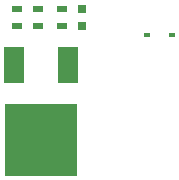
<source format=gtp>
G04 #@! TF.FileFunction,Paste,Top*
%FSLAX46Y46*%
G04 Gerber Fmt 4.6, Leading zero omitted, Abs format (unit mm)*
G04 Created by KiCad (PCBNEW 4.0.2-stable) date 04/06/2016 14:34:18*
%MOMM*%
G01*
G04 APERTURE LIST*
%ADD10C,0.100000*%
%ADD11R,0.590000X0.450000*%
%ADD12R,0.797560X0.797560*%
%ADD13R,1.651000X3.048000*%
%ADD14R,6.096000X6.096000*%
%ADD15R,0.900000X0.500000*%
G04 APERTURE END LIST*
D10*
D11*
X159555000Y-103000000D03*
X157445000Y-103000000D03*
D12*
X152000000Y-102249300D03*
X152000000Y-100750700D03*
D13*
X150786000Y-105500000D03*
D14*
X148500000Y-111850000D03*
D13*
X146214000Y-105500000D03*
D15*
X148250000Y-102250000D03*
X148250000Y-100750000D03*
X146500000Y-100750000D03*
X146500000Y-102250000D03*
X150250000Y-102250000D03*
X150250000Y-100750000D03*
M02*

</source>
